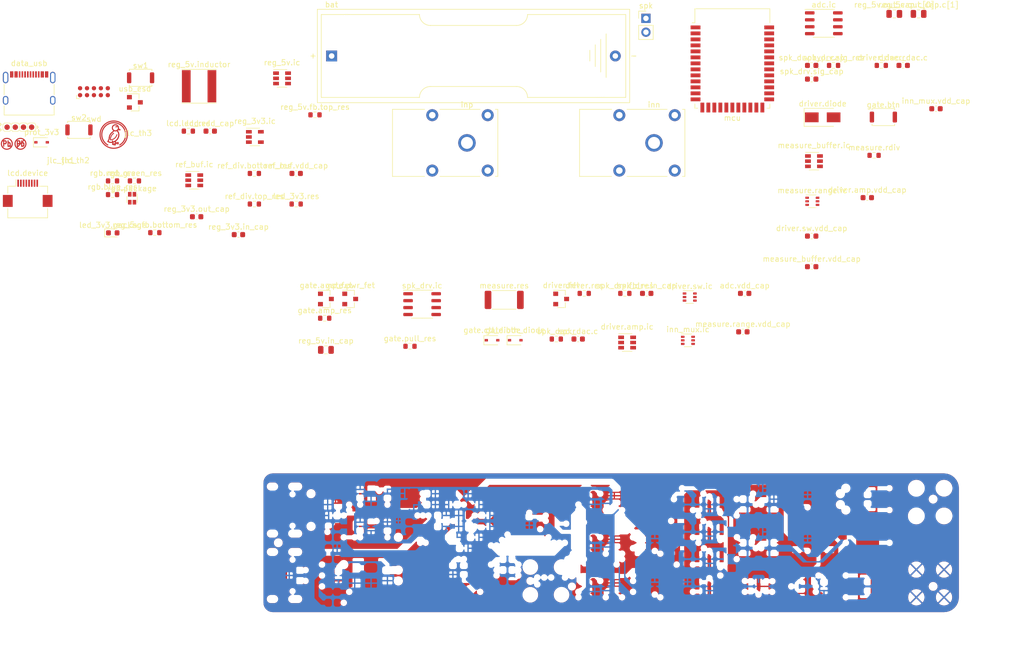
<source format=kicad_pcb>
(kicad_pcb (version 20171130) (host pcbnew "(5.1.10)-1")
  (layers (0 F.Cu signal) (1 In1.Cu signal) (2 In2.Cu signal) (31 B.Cu signal) (34 B.Paste user) (35 F.Paste user) (36 B.SilkS user) (37 F.SilkS user) (38 B.Mask user) (39 F.Mask user) (44 Edge.Cuts user))
  (net 0 "")
  (net 1 gnd)
  (net 2 vusb)
  (net 3 v3v3)
  (net 4 vcenter)
  (net 5 lcd_reset_net)
  (net 6 lcd_rs_net)
  (net 7 lcd_cs_net)
  (net 8 rgb_r_net)
  (net 9 sw1_chain_0)
  (net 10 rgb_g_net)
  (net 11 rgb_b_net)
  (net 12 sw2_chain_0)
  (net 13 rgb.package.k_blue)
  (net 14 lcd.device.leda)
  (net 15 spi_net.miso)
  (net 16 spi_net.sck)
  (net 17 spi_net.mosi)
  (net 18 led_3v3.res.a)
  (net 19 rgb.green_res.a)
  (net 20 ref_div.center)
  (net 21 measure_chain_1)
  (net 22 adc_cs_net)
  (net 23 vbat)
  (net 24 data_usb.shield)
  (net 25 data_usb.A9)
  (net 26 data_usb.usb.dp)
  (net 27 data_usb.usb.dm)
  (net 28 driver.sw.no)
  (net 29 driver_control_chain_1)
  (net 30 driver.amp.inn)
  (net 31 inp.port)
  (net 32 driver.fet.drain)
  (net 33 driver.sw.out)
  (net 34 driver_enable_net)
  (net 35 driver_control_chain_0)
  (net 36 gate.pwr_fet.gate)
  (net 37 gate_control_net_0)
  (net 38 gate.ctl_diode.cathode)
  (net 39 sw0_net_0)
  (net 40 gate.pwr_out)
  (net 41 inn_mux.out)
  (net 42 inn_control_net)
  (net 43 swd_chain_0.swo)
  (net 44 spk_chain_0)
  (net 45 swd_chain_0.swdio)
  (net 46 swd_chain_0.swclk)
  (net 47 measure_output_net)
  (net 48 measure_select_net)
  (net 49 swd_chain_0.reset)
  (net 50 measure.rdiv.a)
  (net 51 reg_5v.fb.center)
  (net 52 spk_pwr.pwr_in)
  (net 53 "reg_5v.(adapter)inductor.b.dst")
  (net 54 rgb.red_res.a)
  (net 55 spk_chain_2.a)
  (net 56 spk_chain_2.b)
  (net 57 spk_chain_1)
  (net 58 spk_drv.ic.byp)
  (net 59 spk_drv.fb_res.a)
  (net 60 spk_drv.sig_res.a)
  (module Package_SO:SO-8_3.9x4.9mm_P1.27mm (layer F.Cu) (at 201.965001 -59.274999)
    (fp_text reference adc.ic (at 0 -3.4) (layer F.SilkS))
    (fp_text value "MCP3201T-BI/SN (Microchip Technology)")
    (pad 1 smd roundrect (at -2.575 -1.905) (size 1.75 0.6) (layers F.Cu F.Paste F.Mask) (net 3 v3v3))
    (pad 2 smd roundrect (at -2.575 -0.635) (size 1.75 0.6) (layers F.Cu F.Paste F.Mask) (net 21 measure_chain_1))
    (pad 3 smd roundrect (at -2.575 0.635) (size 1.75 0.6) (layers F.Cu F.Paste F.Mask) (net 1 gnd))
    (pad 4 smd roundrect (at -2.575 1.905) (size 1.75 0.6) (layers F.Cu F.Paste F.Mask) (net 1 gnd))
    (pad 5 smd roundrect (at 2.575 1.905) (size 1.75 0.6) (layers F.Cu F.Paste F.Mask) (net 22 adc_cs_net))
    (pad 6 smd roundrect (at 2.575 0.635) (size 1.75 0.6) (layers F.Cu F.Paste F.Mask) (net 15 spi_net.miso))
    (pad 7 smd roundrect (at 2.575 -0.635) (size 1.75 0.6) (layers F.Cu F.Paste F.Mask) (net 16 spi_net.sck))
    (pad 8 smd roundrect (at 2.575 -1.905) (size 1.75 0.6) (layers F.Cu F.Paste F.Mask) (net 3 v3v3))
  )
  (module Capacitor_SMD:C_0603_1608Metric (layer F.Cu) (at 187.465001 -9.734999)
    (fp_text reference adc.vdd_cap (at 0 -1.43) (layer F.SilkS))
    (fp_text value "CL10A105KB8NNNC (Samsung Electro-Mechanics) - X5R ±10% 50V 1uF 0603 Multilayer Ceramic Capacitors MLCC - SMD/SMT ROHS")
    (pad 2 smd roundrect (at 0.775 0) (size 0.9 0.95) (layers F.Cu F.Paste F.Mask) (net 1 gnd))
    (pad 1 smd roundrect (at -0.775 0) (size 0.9 0.95) (layers F.Cu F.Paste F.Mask) (net 3 v3v3))
  )
  (module Battery:BatteryHolder_Keystone_2460_1xAA (layer F.Cu) (at 111.775001 -53.274999)
    (fp_text reference bat (at -0.02 -9.42 180) (layer F.SilkS))
    (fp_text value "2461 (Keystone)")
    (fp_text user - (at 55.37 -0.06) (layer F.SilkS))
    (fp_text user + (at -3.4 -0.06) (layer F.SilkS))
    (pad "" np_thru_hole circle (at 2.75 -5.995 90) (size 2.64 2.64) (drill 2.64) (layers *.Cu *.Mask))
    (pad "" np_thru_hole circle (at 49.23 5.995) (size 2.64 2.64) (drill 2.64) (layers *.Cu *.Mask))
    (pad 2 thru_hole circle (at 51.99 0 180) (size 2 2) (drill 1.02) (layers *.Cu *.Mask) (net 1 gnd))
    (pad 1 thru_hole rect (at 0 0 180) (size 2 2) (drill 1.02) (layers *.Cu *.Mask) (net 23 vbat))
  )
  (module Package_TO_SOT_SMD:SOT-23-6 (layer F.Cu) (at 165.925001 -0.724999)
    (fp_text reference driver.amp.ic (at 0 -2.9) (layer F.SilkS))
    (fp_text value "TLV9061SQDBVRQ1 (Texas Instruments)")
    (pad 1 smd rect (at -1.1 -0.95) (size 1.06 0.65) (layers F.Cu F.Paste F.Mask) (net 28 driver.sw.no))
    (pad 2 smd rect (at -1.1 0) (size 1.06 0.65) (layers F.Cu F.Paste F.Mask) (net 1 gnd))
    (pad 3 smd rect (at -1.1 0.95) (size 1.06 0.65) (layers F.Cu F.Paste F.Mask) (net 29 driver_control_chain_1))
    (pad 4 smd rect (at 1.1 0.95) (size 1.06 0.65) (layers F.Cu F.Paste F.Mask) (net 30 driver.amp.inn))
    (pad 6 smd rect (at 1.1 -0.95) (size 1.06 0.65) (layers F.Cu F.Paste F.Mask) (net 3 v3v3))
    (pad 5 smd rect (at 1.1 0) (size 1.06 0.65) (layers F.Cu F.Paste F.Mask) (net 3 v3v3))
  )
  (module Capacitor_SMD:C_0603_1608Metric (layer F.Cu) (at 209.935001 -27.294999)
    (fp_text reference driver.amp.vdd_cap (at 0 -1.43) (layer F.SilkS))
    (fp_text value "CC0603KRX7R9BB104 (YAGEO) - X7R 100nF ±10% 50V 0603 Multilayer Ceramic Capacitors MLCC - SMD/SMT ROHS")
    (pad 1 smd roundrect (at -0.775 0) (size 0.9 0.95) (layers F.Cu F.Paste F.Mask) (net 3 v3v3))
    (pad 2 smd roundrect (at 0.775 0) (size 0.9 0.95) (layers F.Cu F.Paste F.Mask) (net 1 gnd))
  )
  (module Diode_SMD:D_SMA (layer F.Cu) (at 201.765001 -42.024999)
    (fp_text reference driver.diode (at 0 -2.5) (layer F.SilkS))
    (fp_text value "GS1G-LTP (Micro Commercial Co) - Vr=400V, I=1A")
    (pad 1 smd rect (at -2 0) (size 2.5 1.8) (layers F.Cu F.Paste F.Mask) (net 31 inp.port))
    (pad 2 smd rect (at 2 0) (size 2.5 1.8) (layers F.Cu F.Paste F.Mask) (net 32 driver.fet.drain))
  )
  (module Package_TO_SOT_SMD:SOT-23 (layer F.Cu) (at 153.835001 -8.714999)
    (fp_text reference driver.fet (at 0 -2.5) (layer F.SilkS))
    (fp_text value "NTR5105PT1G (ON Semiconductor) - Vds=60V, Ids=196mA (Ta)")
    (pad 1 smd rect (at -1 -0.95) (size 0.9 0.8) (layers F.Cu F.Paste F.Mask) (net 33 driver.sw.out))
    (pad 2 smd rect (at -1 0.95) (size 0.9 0.8) (layers F.Cu F.Paste F.Mask) (net 30 driver.amp.inn))
    (pad 3 smd rect (at 1 0) (size 0.9 0.8) (layers F.Cu F.Paste F.Mask) (net 32 driver.fet.drain))
  )
  (module Resistor_SMD:R_0603_1608Metric (layer F.Cu) (at 158.065001 -9.734999)
    (fp_text reference driver.res (at 0 -1.43) (layer F.SilkS))
    (fp_text value "0603WAF1001T5E (UNI-ROYAL(Uniroyal Elec)) - ±1% ±100ppm/℃ 1kΩ 0.1W 0603 Chip Resistor - Surface Mount ROHS")
    (pad 2 smd roundrect (at 0.825 0) (size 0.8 0.95) (layers F.Cu F.Paste F.Mask) (net 30 driver.amp.inn))
    (pad 1 smd roundrect (at -0.825 0) (size 0.8 0.95) (layers F.Cu F.Paste F.Mask) (net 3 v3v3))
  )
  (module Package_TO_SOT_SMD:SOT-363_SC-70-6 (layer F.Cu) (at 177.395001 -9.064999)
    (fp_text reference driver.sw.ic (at 0 -2) (layer F.SilkS))
    (fp_text value "NLAS4157 (ON Semiconductor)")
    (pad 1 smd rect (at -0.95 -0.65) (size 0.65 0.4) (layers F.Cu F.Paste F.Mask) (net 28 driver.sw.no))
    (pad 3 smd rect (at -0.95 0.65) (size 0.65 0.4) (layers F.Cu F.Paste F.Mask) (net 30 driver.amp.inn))
    (pad 5 smd rect (at 0.95 0) (size 0.65 0.4) (layers F.Cu F.Paste F.Mask) (net 3 v3v3))
    (pad 2 smd rect (at -0.95 0) (size 0.65 0.4) (layers F.Cu F.Paste F.Mask) (net 1 gnd))
    (pad 4 smd rect (at 0.95 0.65) (size 0.65 0.4) (layers F.Cu F.Paste F.Mask) (net 33 driver.sw.out))
    (pad 6 smd rect (at 0.95 -0.65) (size 0.65 0.4) (layers F.Cu F.Paste F.Mask) (net 34 driver_enable_net))
  )
  (module Capacitor_SMD:C_0603_1608Metric (layer F.Cu) (at 199.745001 -20.244999)
    (fp_text reference driver.sw.vdd_cap (at 0 -1.43) (layer F.SilkS))
    (fp_text value "CC0603KRX7R9BB104 (YAGEO) - X7R 100nF ±10% 50V 0603 Multilayer Ceramic Capacitors MLCC - SMD/SMT ROHS")
    (pad 1 smd roundrect (at -0.775 0) (size 0.9 0.95) (layers F.Cu F.Paste F.Mask) (net 3 v3v3))
    (pad 2 smd roundrect (at 0.775 0) (size 0.9 0.95) (layers F.Cu F.Paste F.Mask) (net 1 gnd))
  )
  (module Capacitor_SMD:C_0603_1608Metric (layer F.Cu) (at 216.515001 -51.544999)
    (fp_text reference driver_dac.c (at 0 -1.43) (layer F.SilkS))
    (fp_text value "CL10B224KA8NNNC (Samsung Electro-Mechanics) - X7R 25V ±10% 220nF 0603 Multilayer Ceramic Capacitors MLCC - SMD/SMT ROHS")
    (pad 2 smd roundrect (at 0.775 0) (size 0.9 0.95) (layers F.Cu F.Paste F.Mask) (net 1 gnd))
    (pad 1 smd roundrect (at -0.775 0) (size 0.9 0.95) (layers F.Cu F.Paste F.Mask) (net 29 driver_control_chain_1))
  )
  (module Resistor_SMD:R_0603_1608Metric (layer F.Cu) (at 212.505001 -51.544999)
    (fp_text reference driver_dac.r (at 0 -1.43) (layer F.SilkS))
    (fp_text value "0603WAF1001T5E (UNI-ROYAL(Uniroyal Elec)) - ±1% ±100ppm/℃ 1kΩ 0.1W 0603 Chip Resistor - Surface Mount ROHS")
    (pad 2 smd roundrect (at 0.825 0) (size 0.8 0.95) (layers F.Cu F.Paste F.Mask) (net 29 driver_control_chain_1))
    (pad 1 smd roundrect (at -0.825 0) (size 0.8 0.95) (layers F.Cu F.Paste F.Mask) (net 35 driver_control_chain_0))
  )
  (module Package_TO_SOT_SMD:SOT-23 (layer F.Cu) (at 110.725001 -8.714999)
    (fp_text reference gate.amp_fet (at 0 -2.5) (layer F.SilkS))
    (fp_text value "NX7002AK,215 (Nexperia USA Inc.) - Vds=60V, Ids=190mA (Ta)")
    (pad 3 smd rect (at 1 0) (size 0.9 0.8) (layers F.Cu F.Paste F.Mask) (net 36 gate.pwr_fet.gate))
    (pad 2 smd rect (at -1 0.95) (size 0.9 0.8) (layers F.Cu F.Paste F.Mask) (net 1 gnd))
    (pad 1 smd rect (at -1 -0.95) (size 0.9 0.8) (layers F.Cu F.Paste F.Mask) (net 37 gate_control_net_0))
  )
  (module Resistor_SMD:R_0603_1608Metric (layer F.Cu) (at 110.505001 -5.184999)
    (fp_text reference gate.amp_res (at 0 -1.43) (layer F.SilkS))
    (fp_text value "0603WAF1002T5E (UNI-ROYAL(Uniroyal Elec)) - ±1% ±100ppm/℃ 10kΩ 0.1W 0603 Chip Resistor - Surface Mount ROHS")
    (pad 1 smd roundrect (at -0.825 0) (size 0.8 0.95) (layers F.Cu F.Paste F.Mask) (net 37 gate_control_net_0))
    (pad 2 smd roundrect (at 0.825 0) (size 0.8 0.95) (layers F.Cu F.Paste F.Mask) (net 1 gnd))
  )
  (module Button_Switch_SMD:SW_Push_SPST_NO_Alps_SKRK (layer F.Cu) (at 212.885001 -42.074999)
    (fp_text reference gate.btn (at 0 -2.25) (layer F.SilkS))
    (fp_text value "3.9x2.9mm Switch")
    (pad 2 smd roundrect (at 2.1 0) (size 0.8 2) (layers F.Cu F.Paste F.Mask) (net 38 gate.ctl_diode.cathode))
    (pad 1 smd roundrect (at -2.1 0) (size 0.8 2) (layers F.Cu F.Paste F.Mask) (net 1 gnd))
  )
  (module Diode_SMD:D_SOD-323 (layer F.Cu) (at 145.425001 -1.144999)
    (fp_text reference gate.btn_diode (at 0 -1.85) (layer F.SilkS))
    (fp_text value "CUS520,H3F (Toshiba Semiconductor and Storage) - Vr=30V, I=200mA")
    (pad 1 smd rect (at -1.05 0) (size 0.6 0.45) (layers F.Cu F.Paste F.Mask) (net 38 gate.ctl_diode.cathode))
    (pad 2 smd rect (at 1.05 0) (size 0.6 0.45) (layers F.Cu F.Paste F.Mask) (net 39 sw0_net_0))
  )
  (module Diode_SMD:D_SOD-323 (layer F.Cu) (at 141.175001 -1.144999)
    (fp_text reference gate.ctl_diode (at 0 -1.85) (layer F.SilkS))
    (fp_text value "CUS520,H3F (Toshiba Semiconductor and Storage) - Vr=30V, I=200mA")
    (pad 2 smd rect (at 1.05 0) (size 0.6 0.45) (layers F.Cu F.Paste F.Mask) (net 36 gate.pwr_fet.gate))
    (pad 1 smd rect (at -1.05 0) (size 0.6 0.45) (layers F.Cu F.Paste F.Mask) (net 38 gate.ctl_diode.cathode))
  )
  (module Resistor_SMD:R_0603_1608Metric (layer F.Cu) (at 126.135001 -0.034999)
    (fp_text reference gate.pull_res (at 0 -1.43) (layer F.SilkS))
    (fp_text value "0603WAF1002T5E (UNI-ROYAL(Uniroyal Elec)) - ±1% ±100ppm/℃ 10kΩ 0.1W 0603 Chip Resistor - Surface Mount ROHS")
    (pad 1 smd roundrect (at -0.825 0) (size 0.8 0.95) (layers F.Cu F.Paste F.Mask) (net 23 vbat))
    (pad 2 smd roundrect (at 0.825 0) (size 0.8 0.95) (layers F.Cu F.Paste F.Mask) (net 36 gate.pwr_fet.gate))
  )
  (module Package_TO_SOT_SMD:SOT-23 (layer F.Cu) (at 115.175001 -8.714999)
    (fp_text reference gate.pwr_fet (at 0 -2.5) (layer F.SilkS))
    (fp_text value "DMP3099L-7 (Diodes Incorporated) - Vds=30V, Ids=3.8A (Ta)")
    (pad 1 smd rect (at -1 -0.95) (size 0.9 0.8) (layers F.Cu F.Paste F.Mask) (net 36 gate.pwr_fet.gate))
    (pad 2 smd rect (at -1 0.95) (size 0.9 0.8) (layers F.Cu F.Paste F.Mask) (net 23 vbat))
    (pad 3 smd rect (at 1 0) (size 0.9 0.8) (layers F.Cu F.Paste F.Mask) (net 40 gate.pwr_out))
  )
  (module edg:CLIFF_FCR7350 (layer F.Cu) (at 170.855001 -37.339999)
    (fp_text reference inn (at 0 -7) (layer F.SilkS))
    (fp_text value "FCR7350* (CLIFF)")
    (pad M3 thru_hole circle (at -6.36 5.08) (size 2.2 2.2) (drill 1.2) (layers *.Cu *.Mask))
    (pad M2 thru_hole circle (at 3.8 -5.08) (size 2.2 2.2) (drill 1.2) (layers *.Cu *.Mask))
    (pad M1 thru_hole circle (at -6.36 -5.08) (size 2.2 2.2) (drill 1.2) (layers *.Cu *.Mask))
    (pad M4 thru_hole circle (at 3.8 5.08) (size 2.2 2.2) (drill 1.2) (layers *.Cu *.Mask))
    (pad 1 thru_hole circle (at 0 0) (size 3.2 3.2) (drill 2.2) (layers *.Cu *.Mask) (net 41 inn_mux.out))
  )
  (module Package_TO_SOT_SMD:SOT-363_SC-70-6 (layer F.Cu) (at 177.065001 -1.124999)
    (fp_text reference inn_mux.ic (at 0 -2) (layer F.SilkS))
    (fp_text value "NLAS4157 (ON Semiconductor)")
    (pad 1 smd rect (at -0.95 -0.65) (size 0.65 0.4) (layers F.Cu F.Paste F.Mask) (net 4 vcenter))
    (pad 3 smd rect (at -0.95 0.65) (size 0.65 0.4) (layers F.Cu F.Paste F.Mask) (net 1 gnd))
    (pad 5 smd rect (at 0.95 0) (size 0.65 0.4) (layers F.Cu F.Paste F.Mask) (net 3 v3v3))
    (pad 2 smd rect (at -0.95 0) (size 0.65 0.4) (layers F.Cu F.Paste F.Mask) (net 1 gnd))
    (pad 4 smd rect (at 0.95 0.65) (size 0.65 0.4) (layers F.Cu F.Paste F.Mask) (net 41 inn_mux.out))
    (pad 6 smd rect (at 0.95 -0.65) (size 0.65 0.4) (layers F.Cu F.Paste F.Mask) (net 42 inn_control_net))
  )
  (module Capacitor_SMD:C_0603_1608Metric (layer F.Cu) (at 222.525001 -43.604999)
    (fp_text reference inn_mux.vdd_cap (at 0 -1.43) (layer F.SilkS))
    (fp_text value "CC0603KRX7R9BB104 (YAGEO) - X7R 100nF ±10% 50V 0603 Multilayer Ceramic Capacitors MLCC - SMD/SMT ROHS")
    (pad 2 smd roundrect (at 0.775 0) (size 0.9 0.95) (layers F.Cu F.Paste F.Mask) (net 1 gnd))
    (pad 1 smd roundrect (at -0.775 0) (size 0.9 0.95) (layers F.Cu F.Paste F.Mask) (net 3 v3v3))
  )
  (module edg:CLIFF_FCR7350 (layer F.Cu) (at 136.575001 -37.339999)
    (fp_text reference inp (at 0 -7) (layer F.SilkS))
    (fp_text value "FCR7350* (CLIFF)")
    (pad 1 thru_hole circle (at 0 0) (size 3.2 3.2) (drill 2.2) (layers *.Cu *.Mask) (net 31 inp.port))
    (pad M4 thru_hole circle (at 3.8 5.08) (size 2.2 2.2) (drill 1.2) (layers *.Cu *.Mask))
    (pad M1 thru_hole circle (at -6.36 -5.08) (size 2.2 2.2) (drill 1.2) (layers *.Cu *.Mask))
    (pad M2 thru_hole circle (at 3.8 -5.08) (size 2.2 2.2) (drill 1.2) (layers *.Cu *.Mask))
    (pad M3 thru_hole circle (at -6.36 5.08) (size 2.2 2.2) (drill 1.2) (layers *.Cu *.Mask))
  )
  (module edg:Holyiot-18010-NRF52840 (layer F.Cu) (at 185.21 -51.919999)
    (fp_text reference mcu (at 0 10 180) (layer F.SilkS))
    (fp_text value "18010 (Holyiot)")
    (pad 37 smd rect (at 6.75 -6.6 270) (size 0.7 1.8) (layers F.Cu F.Paste F.Mask) (net 1 gnd))
    (pad 1 smd rect (at -6.75 -6.6 270) (size 0.7 1.8) (layers F.Cu F.Paste F.Mask) (net 1 gnd))
    (pad 36 smd rect (at 6.75 -5.5 270) (size 0.7 1.8) (layers F.Cu F.Paste F.Mask))
    (pad 2 smd rect (at -6.75 -5.5 270) (size 0.7 1.8) (layers F.Cu F.Paste F.Mask) (net 9 sw1_chain_0))
    (pad 35 smd rect (at 6.75 -4.4 270) (size 0.7 1.8) (layers F.Cu F.Paste F.Mask) (net 42 inn_control_net))
    (pad 3 smd rect (at -6.75 -4.4 270) (size 0.7 1.8) (layers F.Cu F.Paste F.Mask) (net 37 gate_control_net_0))
    (pad 34 smd rect (at 6.75 -3.3 270) (size 0.7 1.8) (layers F.Cu F.Paste F.Mask) (net 43 swd_chain_0.swo))
    (pad 4 smd rect (at -6.75 -3.3 270) (size 0.7 1.8) (layers F.Cu F.Paste F.Mask) (net 44 spk_chain_0))
    (pad 33 smd rect (at 6.75 -2.2 270) (size 0.7 1.8) (layers F.Cu F.Paste F.Mask) (net 15 spi_net.miso))
    (pad 5 smd rect (at -6.75 -2.2 270) (size 0.7 1.8) (layers F.Cu F.Paste F.Mask) (net 11 rgb_b_net))
    (pad 32 smd rect (at 6.75 -1.1 270) (size 0.7 1.8) (layers F.Cu F.Paste F.Mask) (net 45 swd_chain_0.swdio))
    (pad 6 smd rect (at -6.75 -1.1 270) (size 0.7 1.8) (layers F.Cu F.Paste F.Mask) (net 39 sw0_net_0))
    (pad 31 smd rect (at 6.75 0 270) (size 0.7 1.8) (layers F.Cu F.Paste F.Mask) (net 46 swd_chain_0.swclk))
    (pad 7 smd rect (at -6.75 0 270) (size 0.7 1.8) (layers F.Cu F.Paste F.Mask) (net 47 measure_output_net))
    (pad 30 smd rect (at 6.75 1.1 270) (size 0.7 1.8) (layers F.Cu F.Paste F.Mask))
    (pad 8 smd rect (at -6.75 1.1 270) (size 0.7 1.8) (layers F.Cu F.Paste F.Mask) (net 21 measure_chain_1))
    (pad 29 smd rect (at 6.75 2.2 270) (size 0.7 1.8) (layers F.Cu F.Paste F.Mask) (net 5 lcd_reset_net))
    (pad 9 smd rect (at -6.75 2.2 270) (size 0.7 1.8) (layers F.Cu F.Paste F.Mask) (net 6 lcd_rs_net))
    (pad 28 smd rect (at 6.75 3.3 270) (size 0.7 1.8) (layers F.Cu F.Paste F.Mask) (net 48 measure_select_net))
    (pad 10 smd rect (at -6.75 3.3 270) (size 0.7 1.8) (layers F.Cu F.Paste F.Mask) (net 22 adc_cs_net))
    (pad 27 smd rect (at 6.75 4.4 270) (size 0.7 1.8) (layers F.Cu F.Paste F.Mask) (net 8 rgb_r_net))
    (pad 11 smd rect (at -6.75 4.4 270) (size 0.7 1.8) (layers F.Cu F.Paste F.Mask) (net 17 spi_net.mosi))
    (pad 26 smd rect (at 6.75 5.5 270) (size 0.7 1.8) (layers F.Cu F.Paste F.Mask))
    (pad 12 smd rect (at -6.75 5.5 270) (size 0.7 1.8) (layers F.Cu F.Paste F.Mask) (net 35 driver_control_chain_0))
    (pad 25 smd rect (at 6.75 6.6 270) (size 0.7 1.8) (layers F.Cu F.Paste F.Mask))
    (pad 13 smd rect (at -6.75 6.6 270) (size 0.7 1.8) (layers F.Cu F.Paste F.Mask) (net 10 rgb_g_net))
    (pad 14 smd rect (at -5.5 8.1) (size 0.7 1.8) (layers F.Cu F.Paste F.Mask) (net 3 v3v3))
    (pad 15 smd rect (at -4.4 8.1) (size 0.7 1.8) (layers F.Cu F.Paste F.Mask) (net 7 lcd_cs_net))
    (pad 16 smd rect (at -3.3 8.1) (size 0.7 1.8) (layers F.Cu F.Paste F.Mask) (net 12 sw2_chain_0))
    (pad 17 smd rect (at -2.2 8.1) (size 0.7 1.8) (layers F.Cu F.Paste F.Mask))
    (pad 18 smd rect (at -1.1 8.1) (size 0.7 1.8) (layers F.Cu F.Paste F.Mask) (net 16 spi_net.sck))
    (pad 19 smd rect (at 0 8.1) (size 0.7 1.8) (layers F.Cu F.Paste F.Mask) (net 34 driver_enable_net))
    (pad 20 smd rect (at 1.1 8.1) (size 0.7 1.8) (layers F.Cu F.Paste F.Mask))
    (pad 21 smd rect (at 2.2 8.1) (size 0.7 1.8) (layers F.Cu F.Paste F.Mask) (net 49 swd_chain_0.reset))
    (pad 22 smd rect (at 3.3 8.1) (size 0.7 1.8) (layers F.Cu F.Paste F.Mask))
    (pad 23 smd rect (at 4.4 8.1) (size 0.7 1.8) (layers F.Cu F.Paste F.Mask) (net 27 data_usb.usb.dm))
    (pad 24 smd rect (at 5.5 8.1) (size 0.7 1.8) (layers F.Cu F.Paste F.Mask) (net 26 data_usb.usb.dp))
  )
  (module Package_TO_SOT_SMD:SOT-363_SC-70-6 (layer F.Cu) (at 199.865001 -26.624999)
    (fp_text reference measure.range.ic (at 0 -2) (layer F.SilkS))
    (fp_text value "NLAS4157 (ON Semiconductor)")
    (pad 6 smd rect (at 0.95 -0.65) (size 0.65 0.4) (layers F.Cu F.Paste F.Mask) (net 48 measure_select_net))
    (pad 4 smd rect (at 0.95 0.65) (size 0.65 0.4) (layers F.Cu F.Paste F.Mask) (net 47 measure_output_net))
    (pad 2 smd rect (at -0.95 0) (size 0.65 0.4) (layers F.Cu F.Paste F.Mask) (net 1 gnd))
    (pad 5 smd rect (at 0.95 0) (size 0.65 0.4) (layers F.Cu F.Paste F.Mask) (net 3 v3v3))
    (pad 3 smd rect (at -0.95 0.65) (size 0.65 0.4) (layers F.Cu F.Paste F.Mask) (net 50 measure.rdiv.a))
    (pad 1 smd rect (at -0.95 -0.65) (size 0.65 0.4) (layers F.Cu F.Paste F.Mask))
  )
  (module Capacitor_SMD:C_0603_1608Metric (layer F.Cu) (at 187.135001 -2.684999)
    (fp_text reference measure.range.vdd_cap (at 0 -1.43) (layer F.SilkS))
    (fp_text value "CC0603KRX7R9BB104 (YAGEO) - X7R 100nF ±10% 50V 0603 Multilayer Ceramic Capacitors MLCC - SMD/SMT ROHS")
    (pad 2 smd roundrect (at 0.775 0) (size 0.9 0.95) (layers F.Cu F.Paste F.Mask) (net 1 gnd))
    (pad 1 smd roundrect (at -0.775 0) (size 0.9 0.95) (layers F.Cu F.Paste F.Mask) (net 3 v3v3))
  )
  (module Resistor_SMD:R_0603_1608Metric (layer F.Cu) (at 211.185001 -35.054999)
    (fp_text reference measure.rdiv (at 0 -1.43) (layer F.SilkS))
    (fp_text value "0603WAF1000T5E (UNI-ROYAL(Uniroyal Elec)) - ±1% ±200ppm/℃ 100Ω 0.1W 0603 Chip Resistor - Surface Mount ROHS")
    (pad 2 smd roundrect (at 0.825 0) (size 0.8 0.95) (layers F.Cu F.Paste F.Mask) (net 1 gnd))
    (pad 1 smd roundrect (at -0.825 0) (size 0.8 0.95) (layers F.Cu F.Paste F.Mask) (net 50 measure.rdiv.a))
  )
  (module Resistor_SMD:R_2512_6332Metric (layer F.Cu) (at 143.395001 -8.544999)
    (fp_text reference measure.res (at 0 -2.62) (layer F.SilkS))
    (fp_text value "1M, 1%, 1.0 W")
    (pad 1 smd roundrect (at -2.9625 0) (size 1.225 3.35) (layers F.Cu F.Paste F.Mask) (roundrect_rratio 0.204082) (net 31 inp.port))
    (pad 2 smd roundrect (at 2.9625 0) (size 1.225 3.35) (layers F.Cu F.Paste F.Mask) (roundrect_rratio 0.204082) (net 47 measure_output_net))
  )
  (module Package_TO_SOT_SMD:SOT-23-6 (layer F.Cu) (at 200.165001 -33.984999)
    (fp_text reference measure_buffer.ic (at 0 -2.9) (layer F.SilkS))
    (fp_text value "TLV9061SQDBVRQ1 (Texas Instruments)")
    (pad 5 smd rect (at 1.1 0) (size 1.06 0.65) (layers F.Cu F.Paste F.Mask) (net 3 v3v3))
    (pad 6 smd rect (at 1.1 -0.95) (size 1.06 0.65) (layers F.Cu F.Paste F.Mask) (net 3 v3v3))
    (pad 4 smd rect (at 1.1 0.95) (size 1.06 0.65) (layers F.Cu F.Paste F.Mask) (net 21 measure_chain_1))
    (pad 3 smd rect (at -1.1 0.95) (size 1.06 0.65) (layers F.Cu F.Paste F.Mask) (net 47 measure_output_net))
    (pad 2 smd rect (at -1.1 0) (size 1.06 0.65) (layers F.Cu F.Paste F.Mask) (net 1 gnd))
    (pad 1 smd rect (at -1.1 -0.95) (size 1.06 0.65) (layers F.Cu F.Paste F.Mask) (net 21 measure_chain_1))
  )
  (module Capacitor_SMD:C_0603_1608Metric (layer F.Cu) (at 199.745001 -14.634999)
    (fp_text reference measure_buffer.vdd_cap (at 0 -1.43) (layer F.SilkS))
    (fp_text value "CC0603KRX7R9BB104 (YAGEO) - X7R 100nF ±10% 50V 0603 Multilayer Ceramic Capacitors MLCC - SMD/SMT ROHS")
    (pad 1 smd roundrect (at -0.775 0) (size 0.9 0.95) (layers F.Cu F.Paste F.Mask) (net 3 v3v3))
    (pad 2 smd roundrect (at 0.775 0) (size 0.9 0.95) (layers F.Cu F.Paste F.Mask) (net 1 gnd))
  )
  (module Capacitor_SMD:C_0805_2012Metric (layer F.Cu) (at 110.725001 0.625001)
    (fp_text reference reg_5v.in_cap (at 0 -1.68) (layer F.SilkS))
    (fp_text value "CL21A106KAYNNNE (Samsung Electro-Mechanics) - X5R 25V ±10% 10uF 0805 Multilayer Ceramic Capacitors MLCC - SMD/SMT ROHS")
    (pad 1 smd roundrect (at -0.95 0) (size 1 1.45) (layers F.Cu F.Paste F.Mask) (net 40 gate.pwr_out))
    (pad 2 smd roundrect (at 0.95 0) (size 1 1.45) (layers F.Cu F.Paste F.Mask) (net 1 gnd))
  )
  (module Capacitor_SMD:C_0805_2012Metric (layer F.Cu) (at 214.885001 -60.994999)
    (fp_text reference reg_5v.out_cap.c[0] (at 0 -1.68) (layer F.SilkS))
    (fp_text value "CL21A106KAYNNNE (Samsung Electro-Mechanics) - X5R 25V ±10% 10uF 0805 Multilayer Ceramic Capacitors MLCC - SMD/SMT ROHS")
    (pad 2 smd roundrect (at 0.95 0) (size 1 1.45) (layers F.Cu F.Paste F.Mask) (net 1 gnd))
    (pad 1 smd roundrect (at -0.95 0) (size 1 1.45) (layers F.Cu F.Paste F.Mask) (net 52 spk_pwr.pwr_in))
  )
  (module Capacitor_SMD:C_0805_2012Metric (layer F.Cu) (at 219.335001 -60.994999)
    (fp_text reference reg_5v.out_cap.c[1] (at 0 -1.68) (layer F.SilkS))
    (fp_text value "CL21A106KAYNNNE (Samsung Electro-Mechanics) - X5R 25V ±10% 10uF 0805 Multilayer Ceramic Capacitors MLCC - SMD/SMT ROHS")
    (pad 1 smd roundrect (at -0.95 0) (size 1 1.45) (layers F.Cu F.Paste F.Mask) (net 52 spk_pwr.pwr_in))
    (pad 2 smd roundrect (at 0.95 0) (size 1 1.45) (layers F.Cu F.Paste F.Mask) (net 1 gnd))
  )
  (module Connector_PinHeader_2.54mm:PinHeader_1x02_P2.54mm_Vertical (layer F.Cu) (at 169.375001 -60.174999)
    (fp_text reference spk (at 0 -2.33) (layer F.SilkS))
    (fp_text value "Header 2-pos, speaker")
    (pad 1 thru_hole rect (at 0 0) (size 1.7 1.7) (drill 1) (layers *.Cu *.Mask) (net 55 spk_chain_2.a))
    (pad 2 thru_hole oval (at 0 2.54) (size 1.7 1.7) (drill 1) (layers *.Cu *.Mask) (net 56 spk_chain_2.b))
  )
  (module Capacitor_SMD:C_0603_1608Metric (layer F.Cu) (at 156.955001 -1.364999)
    (fp_text reference spk_dac.c (at 0 -1.43) (layer F.SilkS))
    (fp_text value "CL10B822KB8NNNC (Samsung Electro-Mechanics) - X7R ±10% 50V 8.2nF 0603 Multilayer Ceramic Capacitors MLCC - SMD/SMT ROHS")
    (pad 1 smd roundrect (at -0.775 0) (size 0.9 0.95) (layers F.Cu F.Paste F.Mask) (net 57 spk_chain_1))
    (pad 2 smd roundrect (at 0.775 0) (size 0.9 0.95) (layers F.Cu F.Paste F.Mask) (net 1 gnd))
  )
  (module Resistor_SMD:R_0603_1608Metric (layer F.Cu) (at 152.945001 -1.364999)
    (fp_text reference spk_dac.r (at 0 -1.43) (layer F.SilkS))
    (fp_text value "0603WAF1001T5E (UNI-ROYAL(Uniroyal Elec)) - ±1% ±100ppm/℃ 1kΩ 0.1W 0603 Chip Resistor - Surface Mount ROHS")
    (pad 1 smd roundrect (at -0.825 0) (size 0.8 0.95) (layers F.Cu F.Paste F.Mask) (net 44 spk_chain_0))
    (pad 2 smd roundrect (at 0.825 0) (size 0.8 0.95) (layers F.Cu F.Paste F.Mask) (net 57 spk_chain_1))
  )
  (module Capacitor_SMD:C_0603_1608Metric (layer F.Cu) (at 199.745001 -51.544999)
    (fp_text reference spk_drv.byp_cap (at 0 -1.43) (layer F.SilkS))
    (fp_text value "CL10A105KB8NNNC (Samsung Electro-Mechanics) - X5R ±10% 50V 1uF 0603 Multilayer Ceramic Capacitors MLCC - SMD/SMT ROHS")
    (pad 1 smd roundrect (at -0.775 0) (size 0.9 0.95) (layers F.Cu F.Paste F.Mask) (net 58 spk_drv.ic.byp))
    (pad 2 smd roundrect (at 0.775 0) (size 0.9 0.95) (layers F.Cu F.Paste F.Mask) (net 1 gnd))
  )
  (module Resistor_SMD:R_0603_1608Metric (layer F.Cu) (at 165.505001 -9.734999)
    (fp_text reference spk_drv.fb_res (at 0 -1.43) (layer F.SilkS))
    (fp_text value "0603WAF2202T5E (UNI-ROYAL(Uniroyal Elec)) - 22kΩ ±1% ±100ppm/℃ 0.1W 0603 Chip Resistor - Surface Mount ROHS")
    (pad 1 smd roundrect (at -0.825 0) (size 0.8 0.95) (layers F.Cu F.Paste F.Mask) (net 59 spk_drv.fb_res.a))
    (pad 2 smd roundrect (at 0.825 0) (size 0.8 0.95) (layers F.Cu F.Paste F.Mask) (net 55 spk_chain_2.a))
  )
  (module Package_SO:SO-8_3.9x4.9mm_P1.27mm (layer F.Cu) (at 128.355001 -7.764999)
    (fp_text reference spk_drv.ic (at 0 -3.4) (layer F.SilkS))
    (fp_text value "LM4871MX (Texas Instruments)")
    (pad 8 smd roundrect (at 2.575 -1.905) (size 1.75 0.6) (layers F.Cu F.Paste F.Mask) (net 56 spk_chain_2.b))
    (pad 7 smd roundrect (at 2.575 -0.635) (size 1.75 0.6) (layers F.Cu F.Paste F.Mask) (net 1 gnd))
    (pad 6 smd roundrect (at 2.575 0.635) (size 1.75 0.6) (layers F.Cu F.Paste F.Mask) (net 52 spk_pwr.pwr_in))
    (pad 5 smd roundrect (at 2.575 1.905) (size 1.75 0.6) (layers F.Cu F.Paste F.Mask) (net 55 spk_chain_2.a))
    (pad 4 smd roundrect (at -2.575 1.905) (size 1.75 0.6) (layers F.Cu F.Paste F.Mask) (net 59 spk_drv.fb_res.a))
    (pad 3 smd roundrect (at -2.575 0.635) (size 1.75 0.6) (layers F.Cu F.Paste F.Mask) (net 58 spk_drv.ic.byp))
    (pad 2 smd roundrect (at -2.575 -0.635) (size 1.75 0.6) (layers F.Cu F.Paste F.Mask) (net 58 spk_drv.ic.byp))
    (pad 1 smd roundrect (at -2.575 -1.905) (size 1.75 0.6) (layers F.Cu F.Paste F.Mask) (net 1 gnd))
  )
  (module Capacitor_SMD:C_0603_1608Metric (layer F.Cu) (at 169.515001 -9.734999)
    (fp_text reference spk_drv.in_cap (at 0 -1.43) (layer F.SilkS))
    (fp_text value "CL10A105KB8NNNC (Samsung Electro-Mechanics) - X5R ±10% 50V 1uF 0603 Multilayer Ceramic Capacitors MLCC - SMD/SMT ROHS")
    (pad 1 smd roundrect (at -0.775 0) (size 0.9 0.95) (layers F.Cu F.Paste F.Mask) (net 52 spk_pwr.pwr_in))
    (pad 2 smd roundrect (at 0.775 0) (size 0.9 0.95) (layers F.Cu F.Paste F.Mask) (net 1 gnd))
  )
  (module Capacitor_SMD:C_0603_1608Metric (layer F.Cu) (at 199.745001 -49.034999)
    (fp_text reference spk_drv.sig_cap (at 0 -1.43) (layer F.SilkS))
    (fp_text value "CL10B474KA8NNNC (Samsung Electro-Mechanics) - X7R 25V ±10% 470nF 0603 Multilayer Ceramic Capacitors MLCC - SMD/SMT ROHS")
    (pad 2 smd roundrect (at 0.775 0) (size 0.9 0.95) (layers F.Cu F.Paste F.Mask) (net 57 spk_chain_1))
    (pad 1 smd roundrect (at -0.775 0) (size 0.9 0.95) (layers F.Cu F.Paste F.Mask) (net 60 spk_drv.sig_res.a))
  )
  (module Resistor_SMD:R_0603_1608Metric (layer F.Cu) (at 203.755001 -51.544999)
    (fp_text reference spk_drv.sig_res (at 0 -1.43) (layer F.SilkS))
    (fp_text value "0603WAF2202T5E (UNI-ROYAL(Uniroyal Elec)) - 22kΩ ±1% ±100ppm/℃ 0.1W 0603 Chip Resistor - Surface Mount ROHS")
    (pad 2 smd roundrect (at 0.825 0) (size 0.8 0.95) (layers F.Cu F.Paste F.Mask) (net 59 spk_drv.fb_res.a))
    (pad 1 smd roundrect (at -0.825 0) (size 0.8 0.95) (layers F.Cu F.Paste F.Mask) (net 60 spk_drv.sig_res.a))
  )
  (module Connector_USB:USB_C_Receptacle_XKB_U262-16XN-4BVC11 (layer F.Cu) (at 56.345001 -46.224999)
    (fp_text reference data_usb (at 0 -5.715) (layer F.SilkS))
    (fp_text value "COM-15111 (Sparkfun)")
    (pad S1 thru_hole oval (at -4.32 -3.105) (size 1 2.1) (drill oval 0.6 1.7) (layers *.Cu *.Mask) (net 24 data_usb.shield))
    (pad S1 thru_hole oval (at 4.32 -3.105) (size 1 2.1) (drill oval 0.6 1.7) (layers *.Cu *.Mask) (net 24 data_usb.shield))
    (pad S1 thru_hole oval (at -4.32 1.075) (size 1 1.6) (drill oval 0.6 1.2) (layers *.Cu *.Mask) (net 24 data_usb.shield))
    (pad S1 thru_hole oval (at 4.32 1.075) (size 1 1.6) (drill oval 0.6 1.2) (layers *.Cu *.Mask) (net 24 data_usb.shield))
    (pad "" np_thru_hole circle (at 2.89 -2.605) (size 0.65 0.65) (drill 0.65) (layers *.Cu *.Mask))
    (pad "" np_thru_hole circle (at -2.89 -2.605) (size 0.65 0.65) (drill 0.65) (layers *.Cu *.Mask))
    (pad B1 smd rect (at 3.05 -3.67) (size 0.3 1.15) (layers F.Cu F.Paste F.Mask) (net 1 gnd))
    (pad B4 smd rect (at 2.25 -3.67) (size 0.3 1.15) (layers F.Cu F.Paste F.Mask) (net 25 data_usb.A9))
    (pad B5 smd rect (at 1.75 -3.67) (size 0.3 1.15) (layers F.Cu F.Paste F.Mask))
    (pad A8 smd rect (at 1.25 -3.67) (size 0.3 1.15) (layers F.Cu F.Paste F.Mask))
    (pad B6 smd rect (at 0.75 -3.67) (size 0.3 1.15) (layers F.Cu F.Paste F.Mask) (net 26 data_usb.usb.dp))
    (pad A7 smd rect (at 0.25 -3.67) (size 0.3 1.15) (layers F.Cu F.Paste F.Mask) (net 27 data_usb.usb.dm))
    (pad A6 smd rect (at -0.25 -3.67) (size 0.3 1.15) (layers F.Cu F.Paste F.Mask) (net 26 data_usb.usb.dp))
    (pad B7 smd rect (at -0.75 -3.67) (size 0.3 1.15) (layers F.Cu F.Paste F.Mask) (net 27 data_usb.usb.dm))
    (pad A5 smd rect (at -1.25 -3.67) (size 0.3 1.15) (layers F.Cu F.Paste F.Mask))
    (pad B8 smd rect (at -1.75 -3.67) (size 0.3 1.15) (layers F.Cu F.Paste F.Mask))
    (pad A4 smd rect (at -2.55 -3.67) (size 0.3 1.15) (layers F.Cu F.Paste F.Mask) (net 25 data_usb.A9))
    (pad A1 smd rect (at -3.35 -3.67) (size 0.3 1.15) (layers F.Cu F.Paste F.Mask) (net 1 gnd))
    (pad B12 smd rect (at -3.05 -3.67) (size 0.3 1.15) (layers F.Cu F.Paste F.Mask) (net 1 gnd))
    (pad B9 smd rect (at -2.25 -3.67) (size 0.3 1.15) (layers F.Cu F.Paste F.Mask) (net 25 data_usb.A9))
    (pad A9 smd rect (at 2.55 -3.67) (size 0.3 1.15) (layers F.Cu F.Paste F.Mask) (net 25 data_usb.A9))
    (pad A12 smd rect (at 3.35 -3.67) (size 0.3 1.15) (layers F.Cu F.Paste F.Mask) (net 1 gnd))
  )
  (module edg:Symbol_Duckling (layer F.Cu) (at 71.840001 -38.849999)
    (fp_text reference duck hide)
    (fp_text value Duck hide)
    (fp_line (start -0.2 1.39571) (end -0.212004 1.146914) (layer F.Cu) (width 0.2))
    (fp_line (start 0.382558 1.56145) (end 0.273702 1.202597) (layer F.Cu) (width 0.2))
    (fp_circle (center 0 0) (end 2.5 0) (layer F.Cu) (width 0.2))
    (fp_line (start -0.150743 1.768905) (end -0.2 1.39571) (layer F.Cu) (width 0.2))
    (fp_line (start 0.902531 0.329667) (end 0.937407 0.022451) (layer F.Cu) (width 0.2))
    (fp_circle (center 0.3125 -1.25) (end 0.875 -1.25) (layer F.Cu) (width 0.2))
    (fp_line (start 0.792579 0.628467) (end 0.902531 0.329667) (layer F.Cu) (width 0.2))
    (fp_line (start 0.778054 -0.54137) (end 0.59375 -0.762861) (layer F.Cu) (width 0.2))
    (fp_line (start 0.895035 -0.27405) (end 0.778054 -0.54137) (layer F.Cu) (width 0.2))
    (fp_line (start 0.937407 0.022451) (end 0.895035 -0.27405) (layer F.Cu) (width 0.2))
    (fp_line (start 0.614398 0.900241) (end 0.792579 0.628467) (layer F.Cu) (width 0.2))
    (fp_line (start 0.379085 1.128065) (end 0.614398 0.900241) (layer F.Cu) (width 0.2))
    (fp_line (start -0.807277 1.374087) (end -0.51095 1.424715) (layer F.Cu) (width 0.2))
    (fp_line (start 0.101295 1.297751) (end 0.379085 1.128065) (layer F.Cu) (width 0.2))
    (fp_line (start -0.201673 1.39873) (end 0.101295 1.297751) (layer F.Cu) (width 0.2))
    (fp_line (start -1.072198 1.25) (end -0.807277 1.374087) (layer F.Cu) (width 0.2))
    (fp_line (start -0.51095 1.424715) (end -0.201673 1.39873) (layer F.Cu) (width 0.2))
    (fp_arc (start 0.255376 2.580879) (end 0.286757 1.643905) (angle -31.9) (layer F.Cu) (width 0.16))
    (fp_arc (start 0.255376 0.95693) (end -0.213243 1.768905) (angle -31.9) (layer F.Cu) (width 0.16))
    (fp_arc (start -1.045869 -1.397143) (end -0.303506 -0.391461) (angle -23.07391807) (layer F.Cu) (width 0.2))
    (fp_arc (start 0.820058 1.49895) (end 0.820058 1.43645) (angle -180) (layer F.Cu) (width 0.16))
    (fp_arc (start 0.820058 1.62395) (end 0.820058 1.56145) (angle -180) (layer F.Cu) (width 0.16))
    (fp_arc (start 0.438855 0.614222) (end -0.303506 -0.391461) (angle -50.50954913) (layer F.Cu) (width 0.2))
    (fp_arc (start -2.057586 0.480902) (end -1.072198 1.25) (angle -34.91520625) (layer F.Cu) (width 0.2))
    (fp_arc (start 1.417814 -1.468658) (end 0.869178 -1.169286) (angle -38.9) (layer F.Cu) (width 0.16))
    (fp_arc (start 0.666915 0.805586) (end -0.013396 -0.243068) (angle -64) (layer F.Cu) (width 0.16))
    (fp_arc (start 0.5 -1.375) (end 0.62074 -1.407352) (angle -150) (layer F.Cu) (width 0.16))
    (fp_arc (start 0.286757 1.831405) (end 0.286757 1.768905) (angle -180) (layer F.Cu) (width 0.16))
    (fp_arc (start 1.002382 -1.490866) (end 0.763205 -0.913443) (angle -38.9) (layer F.Cu) (width 0.16))
    (fp_arc (start 0.286757 1.706405) (end 0.286757 1.643905) (angle -180) (layer F.Cu) (width 0.16))
    (fp_arc (start -0.639602 -0.290712) (end -0.573812 0.957555) (angle -73.5) (layer F.Cu) (width 0.16))
    (fp_arc (start 0.788677 0.749475) (end 0.320058 1.56145) (angle -31.9) (layer F.Cu) (width 0.16))
    (fp_arc (start 0 0) (end 1.093749 1.89443) (angle -300) (layer F.Cu) (width 0.2))
    (fp_arc (start 0.788677 2.373424) (end 0.820058 1.43645) (angle -31.9) (layer F.Cu) (width 0.16))
  )
  (module edg:Indicator_IdDots_4 (layer F.Cu) (at 54.550001 -40.219999)
    (fp_text reference id hide)
    (fp_text value IdDots4)
    (fp_circle (center 2.25 0) (end 2.5 0) (layer F.Cu) (width 0.5))
    (fp_circle (center 0.75 0) (end 1 0) (layer F.Cu) (width 0.5))
    (fp_circle (center -0.75 0) (end -0.5 0) (layer F.Cu) (width 0.5))
    (fp_circle (center -2.25 0) (end -2 0) (layer F.Cu) (width 0.5))
  )
  (module edg:JlcToolingHole_1.152mm (layer F.Cu) (at 62.125001 -36.124999)
    (fp_text reference jlc_th1 (at 0 2) (layer F.SilkS))
    (fp_text value "")
    (pad "" np_thru_hole circle (at 0 0) (size 1.152 1.152) (drill 1.152) (layers *.Cu *.Mask))
  )
  (module edg:JlcToolingHole_1.152mm (layer F.Cu) (at 64.875001 -36.124999)
    (fp_text reference jlc_th2 (at 0 2) (layer F.SilkS))
    (fp_text value "")
    (pad "" np_thru_hole circle (at 0 0) (size 1.152 1.152) (drill 1.152) (layers *.Cu *.Mask))
  )
  (module edg:JlcToolingHole_1.152mm (layer F.Cu) (at 76.315001 -41.124999)
    (fp_text reference jlc_th3 (at 0 2) (layer F.SilkS))
    (fp_text value "")
    (pad "" np_thru_hole circle (at 0 0) (size 1.152 1.152) (drill 1.152) (layers *.Cu *.Mask))
  )
  (module Connector_FFC-FPC:Hirose_FH12-8S-0.5SH_1x08-1MP_P0.50mm_Horizontal (layer F.Cu) (at 56.075001 -28.094999)
    (fp_text reference lcd.device (at 0 -3.7) (layer F.SilkS))
    (fp_text value "QT096T_IF09, FH12-8S-0.5SH(55)")
    (pad MP smd rect (at 3.65 1.4) (size 1.8 2.2) (layers F.Cu F.Paste F.Mask))
    (pad MP smd rect (at -3.65 1.4) (size 1.8 2.2) (layers F.Cu F.Paste F.Mask))
    (pad 1 smd rect (at -1.75 -1.85) (size 0.3 1.3) (layers F.Cu F.Paste F.Mask) (net 14 lcd.device.leda))
    (pad 2 smd rect (at -1.25 -1.85) (size 0.3 1.3) (layers F.Cu F.Paste F.Mask) (net 1 gnd))
    (pad 3 smd rect (at -0.75 -1.85) (size 0.3 1.3) (layers F.Cu F.Paste F.Mask) (net 5 lcd_reset_net))
    (pad 4 smd rect (at -0.25 -1.85) (size 0.3 1.3) (layers F.Cu F.Paste F.Mask) (net 6 lcd_rs_net))
    (pad 5 smd rect (at 0.25 -1.85) (size 0.3 1.3) (layers F.Cu F.Paste F.Mask) (net 17 spi_net.mosi))
    (pad 6 smd rect (at 0.75 -1.85) (size 0.3 1.3) (layers F.Cu F.Paste F.Mask) (net 16 spi_net.sck))
    (pad 7 smd rect (at 1.25 -1.85) (size 0.3 1.3) (layers F.Cu F.Paste F.Mask) (net 3 v3v3))
    (pad 8 smd rect (at 1.75 -1.85) (size 0.3 1.3) (layers F.Cu F.Paste F.Mask) (net 7 lcd_cs_net))
  )
  (module Resistor_SMD:R_0603_1608Metric (layer F.Cu) (at 85.515001 -39.494999)
    (fp_text reference lcd.led_res (at 0 -1.43) (layer F.SilkS))
    (fp_text value "0603WAF1000T5E (UNI-ROYAL(Uniroyal Elec)) - ±1% ±200ppm/℃ 100Ω 0.1W 0603 Chip Resistor - Surface Mount ROHS")
    (pad 2 smd roundrect (at 0.825 0) (size 0.8 0.95) (layers F.Cu F.Paste F.Mask) (net 14 lcd.device.leda))
    (pad 1 smd roundrect (at -0.825 0) (size 0.8 0.95) (layers F.Cu F.Paste F.Mask) (net 3 v3v3))
  )
  (module Capacitor_SMD:C_0603_1608Metric (layer F.Cu) (at 89.525001 -39.494999)
    (fp_text reference lcd.vdd_cap (at 0 -1.43) (layer F.SilkS))
    (fp_text value "CL10A105KB8NNNC (Samsung Electro-Mechanics) - X5R ±10% 50V 1uF 0603 Multilayer Ceramic Capacitors MLCC - SMD/SMT ROHS")
    (pad 2 smd roundrect (at 0.775 0) (size 0.9 0.95) (layers F.Cu F.Paste F.Mask) (net 1 gnd))
    (pad 1 smd roundrect (at -0.775 0) (size 0.9 0.95) (layers F.Cu F.Paste F.Mask) (net 3 v3v3))
  )
  (module edg:Indicator_LeadFree (layer F.Cu) (at 53.500001 -37.169999)
    (fp_text reference leadfree hide)
    (fp_text value LeadFree hide)
    (fp_line (start -0.8 0.45) (end -0.4 0.45) (layer F.Cu) (width 0.2))
    (fp_line (start -2.05 -0.55) (end -1.8 -0.55) (layer F.Cu) (width 0.2))
    (fp_circle (center 1.25 0) (end 2.25 0) (layer F.Cu) (width 0.2))
    (fp_circle (center -1.25 0) (end -0.25 0) (layer F.Cu) (width 0.2))
    (fp_line (start 0.6 0.7) (end 1.9 -0.7) (layer F.Cu) (width 0.2))
    (fp_text user Pb (at 1.25 0) (layer F.Cu) (effects (font (size 1 0.8) (thickness 0.2))))
    (fp_text user Pb (at -1.25 0) (layer F.Cu) (effects (font (size 1 0.8) (thickness 0.2))))
  )
  (module LED_SMD:LED_0603_1608Metric (layer F.Cu) (at 71.665001 -20.834999)
    (fp_text reference led_3v3.package (at 0 -1.43) (layer F.SilkS))
    (fp_text value LED)
    (pad 1 smd roundrect (at -0.7875 0) (size 0.875 0.95) (layers F.Cu F.Paste F.Mask) (net 18 led_3v3.res.a))
    (pad 2 smd roundrect (at 0.7875 0) (size 0.875 0.95) (layers F.Cu F.Paste F.Mask) (net 3 v3v3))
  )
  (module Resistor_SMD:R_0603_1608Metric (layer F.Cu) (at 105.275001 -26.124999)
    (fp_text reference led_3v3.res (at 0 -1.43) (layer F.SilkS))
    (fp_text value "0603WAF6800T5E (UNI-ROYAL(Uniroyal Elec)) - 680Ω ±1% ±100ppm/℃ 0.1W 0603 Chip Resistor - Surface Mount ROHS")
    (pad 1 smd roundrect (at -0.825 0) (size 0.8 0.95) (layers F.Cu F.Paste F.Mask) (net 18 led_3v3.res.a))
    (pad 2 smd roundrect (at 0.825 0) (size 0.8 0.95) (layers F.Cu F.Paste F.Mask) (net 1 gnd))
  )
  (module Diode_SMD:D_SOD-323 (layer F.Cu) (at 58.625001 -37.444999)
    (fp_text reference prot_3v3 (at 0 -1.85) (layer F.SilkS))
    (fp_text value "DDZ3V6ASF-7 (Diodes Incorporated) - Vz=3.57V, I=900mV @ 10mA")
    (pad 1 smd rect (at -1.05 0) (size 0.6 0.45) (layers F.Cu F.Paste F.Mask) (net 3 v3v3))
    (pad 2 smd rect (at 1.05 0) (size 0.6 0.45) (layers F.Cu F.Paste F.Mask) (net 1 gnd))
  )
  (module Package_TO_SOT_SMD:SOT-23-6 (layer F.Cu) (at 86.595001 -30.484999)
    (fp_text reference ref_buf.ic (at 0 -2.9) (layer F.SilkS))
    (fp_text value "TLV9061SQDBVRQ1 (Texas Instruments)")
    (pad 5 smd rect (at 1.1 0) (size 1.06 0.65) (layers F.Cu F.Paste F.Mask) (net 3 v3v3))
    (pad 6 smd rect (at 1.1 -0.95) (size 1.06 0.65) (layers F.Cu F.Paste F.Mask) (net 3 v3v3))
    (pad 4 smd rect (at 1.1 0.95) (size 1.06 0.65) (layers F.Cu F.Paste F.Mask) (net 4 vcenter))
    (pad 3 smd rect (at -1.1 0.95) (size 1.06 0.65) (layers F.Cu F.Paste F.Mask) (net 20 ref_div.center))
    (pad 2 smd rect (at -1.1 0) (size 1.06 0.65) (layers F.Cu F.Paste F.Mask) (net 1 gnd))
    (pad 1 smd rect (at -1.1 -0.95) (size 1.06 0.65) (layers F.Cu F.Paste F.Mask) (net 4 vcenter))
  )
  (module Capacitor_SMD:C_0603_1608Metric (layer F.Cu) (at 105.275001 -31.734999)
    (fp_text reference ref_buf.vdd_cap (at 0 -1.43) (layer F.SilkS))
    (fp_text value "CC0603KRX7R9BB104 (YAGEO) - X7R 100nF ±10% 50V 0603 Multilayer Ceramic Capacitors MLCC - SMD/SMT ROHS")
    (pad 1 smd roundrect (at -0.775 0) (size 0.9 0.95) (layers F.Cu F.Paste F.Mask) (net 3 v3v3))
    (pad 2 smd roundrect (at 0.775 0) (size 0.9 0.95) (layers F.Cu F.Paste F.Mask) (net 1 gnd))
  )
  (module Resistor_SMD:R_0603_1608Metric (layer F.Cu) (at 97.615001 -31.734999)
    (fp_text reference ref_div.bottom_res (at 0 -1.43) (layer F.SilkS))
    (fp_text value "0603WAF1003T5E (UNI-ROYAL(Uniroyal Elec)) - ±1% 100kΩ ±100ppm/℃ 0.1W 0603 Chip Resistor - Surface Mount ROHS")
    (pad 1 smd roundrect (at -0.825 0) (size 0.8 0.95) (layers F.Cu F.Paste F.Mask) (net 20 ref_div.center))
    (pad 2 smd roundrect (at 0.825 0) (size 0.8 0.95) (layers F.Cu F.Paste F.Mask) (net 1 gnd))
  )
  (module Resistor_SMD:R_0603_1608Metric (layer F.Cu) (at 97.615001 -26.124999)
    (fp_text reference ref_div.top_res (at 0 -1.43) (layer F.SilkS))
    (fp_text value "0603WAF1003T5E (UNI-ROYAL(Uniroyal Elec)) - ±1% 100kΩ ±100ppm/℃ 0.1W 0603 Chip Resistor - Surface Mount ROHS")
    (pad 2 smd roundrect (at 0.825 0) (size 0.8 0.95) (layers F.Cu F.Paste F.Mask) (net 20 ref_div.center))
    (pad 1 smd roundrect (at -0.825 0) (size 0.8 0.95) (layers F.Cu F.Paste F.Mask) (net 3 v3v3))
  )
  (module Resistor_SMD:R_0603_1608Metric (layer F.Cu) (at 79.375001 -20.874999)
    (fp_text reference reg_5v.fb.bottom_res (at 0 -1.43) (layer F.SilkS))
    (fp_text value "0603WAF1203T5E (UNI-ROYAL(Uniroyal Elec)) - 120kΩ ±1% ±100ppm/℃ 0.1W 0603 Chip Resistor - Surface Mount ROHS")
    (pad 2 smd roundrect (at 0.825 0) (size 0.8 0.95) (layers F.Cu F.Paste F.Mask) (net 1 gnd))
    (pad 1 smd roundrect (at -0.825 0) (size 0.8 0.95) (layers F.Cu F.Paste F.Mask) (net 51 reg_5v.fb.center))
  )
  (module Resistor_SMD:R_0603_1608Metric (layer F.Cu) (at 108.725001 -42.484999)
    (fp_text reference reg_5v.fb.top_res (at 0 -1.43) (layer F.SilkS))
    (fp_text value "0603WAF2703T5E (UNI-ROYAL(Uniroyal Elec)) - ±1% 270kΩ ±100ppm/℃ 0.1W 0603 Chip Resistor - Surface Mount ROHS")
    (pad 1 smd roundrect (at -0.825 0) (size 0.8 0.95) (layers F.Cu F.Paste F.Mask) (net 52 spk_pwr.pwr_in))
    (pad 2 smd roundrect (at 0.825 0) (size 0.8 0.95) (layers F.Cu F.Paste F.Mask) (net 51 reg_5v.fb.center))
  )
  (module Package_TO_SOT_SMD:SOT-23-6 (layer F.Cu) (at 102.685001 -49.174999)
    (fp_text reference reg_5v.ic (at 0 -2.9) (layer F.SilkS))
    (fp_text value "LTC3429BES6#TRMPBF (Linear Technology)")
    (pad 1 smd rect (at -1.1 -0.95) (size 1.06 0.65) (layers F.Cu F.Paste F.Mask) (net 53 "reg_5v.(adapter)inductor.b.dst"))
    (pad 2 smd rect (at -1.1 0) (size 1.06 0.65) (layers F.Cu F.Paste F.Mask) (net 1 gnd))
    (pad 3 smd rect (at -1.1 0.95) (size 1.06 0.65) (layers F.Cu F.Paste F.Mask) (net 51 reg_5v.fb.center))
    (pad 4 smd rect (at 1.1 0.95) (size 1.06 0.65) (layers F.Cu F.Paste F.Mask) (net 40 gate.pwr_out))
    (pad 6 smd rect (at 1.1 -0.95) (size 1.06 0.65) (layers F.Cu F.Paste F.Mask) (net 40 gate.pwr_out))
    (pad 5 smd rect (at 1.1 0) (size 1.06 0.65) (layers F.Cu F.Paste F.Mask) (net 52 spk_pwr.pwr_in))
  )
  (module Inductor_SMD:L_Taiyo-Yuden_NR-60xx (layer F.Cu) (at 87.485001 -47.724999)
    (fp_text reference reg_5v.inductor (at 0 -4) (layer F.SilkS))
    (fp_text value "NR6028T470M (Taiyo Yuden) - 47µH, 920mA")
    (pad 1 smd rect (at -2.35 0) (size 1.6 5.9) (layers F.Cu F.Paste F.Mask) (net 40 gate.pwr_out))
    (pad 2 smd rect (at 2.35 0) (size 1.6 5.9) (layers F.Cu F.Paste F.Mask) (net 53 "reg_5v.(adapter)inductor.b.dst"))
  )
  (module Package_TO_SOT_SMD:SOT-23-5 (layer F.Cu) (at 97.705001 -38.424999)
    (fp_text reference reg_3v3.ic (at 0 -2.9) (layer F.SilkS))
    (fp_text value "XC6209F332MR-G (Torex Semiconductor Ltd)")
    (pad 1 smd rect (at -1.1 -0.95) (size 1.06 0.65) (layers F.Cu F.Paste F.Mask) (net 52 spk_pwr.pwr_in))
    (pad 2 smd rect (at -1.1 0) (size 1.06 0.65) (layers F.Cu F.Paste F.Mask) (net 1 gnd))
    (pad 3 smd rect (at -1.1 0.95) (size 1.06 0.65) (layers F.Cu F.Paste F.Mask) (net 52 spk_pwr.pwr_in))
    (pad 4 smd rect (at 1.1 0.95) (size 1.06 0.65) (layers F.Cu F.Paste F.Mask))
    (pad 5 smd rect (at 1.1 -0.95) (size 1.06 0.65) (layers F.Cu F.Paste F.Mask) (net 3 v3v3))
  )
  (module Capacitor_SMD:C_0603_1608Metric (layer F.Cu) (at 94.695001 -20.514999)
    (fp_text reference reg_3v3.in_cap (at 0 -1.43) (layer F.SilkS))
    (fp_text value "CL10A105KB8NNNC (Samsung Electro-Mechanics) - X5R ±10% 50V 1uF 0603 Multilayer Ceramic Capacitors MLCC - SMD/SMT ROHS")
    (pad 1 smd roundrect (at -0.775 0) (size 0.9 0.95) (layers F.Cu F.Paste F.Mask) (net 52 spk_pwr.pwr_in))
    (pad 2 smd roundrect (at 0.775 0) (size 0.9 0.95) (layers F.Cu F.Paste F.Mask) (net 1 gnd))
  )
  (module Capacitor_SMD:C_0603_1608Metric (layer F.Cu) (at 87.035001 -23.794999)
    (fp_text reference reg_3v3.out_cap (at 0 -1.43) (layer F.SilkS))
    (fp_text value "CL10A105KB8NNNC (Samsung Electro-Mechanics) - X5R ±10% 50V 1uF 0603 Multilayer Ceramic Capacitors MLCC - SMD/SMT ROHS")
    (pad 2 smd roundrect (at 0.775 0) (size 0.9 0.95) (layers F.Cu F.Paste F.Mask) (net 1 gnd))
    (pad 1 smd roundrect (at -0.775 0) (size 0.9 0.95) (layers F.Cu F.Paste F.Mask) (net 3 v3v3))
  )
  (module Resistor_SMD:R_0603_1608Metric (layer F.Cu) (at 71.625001 -27.854999)
    (fp_text reference rgb.blue_res (at 0 -1.43) (layer F.SilkS))
    (fp_text value "0603WAF6800T5E (UNI-ROYAL(Uniroyal Elec)) - 680Ω ±1% ±100ppm/℃ 0.1W 0603 Chip Resistor - Surface Mount ROHS")
    (pad 1 smd roundrect (at -0.825 0) (size 0.8 0.95) (layers F.Cu F.Paste F.Mask) (net 13 rgb.package.k_blue))
    (pad 2 smd roundrect (at 0.825 0) (size 0.8 0.95) (layers F.Cu F.Paste F.Mask) (net 11 rgb_b_net))
  )
  (module Resistor_SMD:R_0603_1608Metric (layer F.Cu) (at 75.635001 -30.364999)
    (fp_text reference rgb.green_res (at 0 -1.43) (layer F.SilkS))
    (fp_text value "0603WAF6800T5E (UNI-ROYAL(Uniroyal Elec)) - 680Ω ±1% ±100ppm/℃ 0.1W 0603 Chip Resistor - Surface Mount ROHS")
    (pad 2 smd roundrect (at 0.825 0) (size 0.8 0.95) (layers F.Cu F.Paste F.Mask) (net 10 rgb_g_net))
    (pad 1 smd roundrect (at -0.825 0) (size 0.8 0.95) (layers F.Cu F.Paste F.Mask) (net 19 rgb.green_res.a))
  )
  (module LED_SMD:LED_LiteOn_LTST-C19HE1WT (layer F.Cu) (at 75.205001 -27.184999)
    (fp_text reference rgb.package (at 0 -1.8) (layer F.SilkS))
    (fp_text value "EAST1616RGBB2 (Everlight Electronics Co Ltd)")
    (pad 1 smd rect (at -0.425 -0.725) (size 0.65 0.85) (layers F.Cu F.Paste F.Mask) (net 13 rgb.package.k_blue))
    (pad 2 smd rect (at 0.425 -0.725) (size 0.65 0.85) (layers F.Cu F.Paste F.Mask) (net 3 v3v3))
    (pad 3 smd rect (at 0.425 0.725) (size 0.65 0.85) (layers F.Cu F.Paste F.Mask) (net 54 rgb.red_res.a))
    (pad 4 smd rect (at -0.425 0.725) (size 0.65 0.85) (layers F.Cu F.Paste F.Mask) (net 19 rgb.green_res.a))
  )
  (module Resistor_SMD:R_0603_1608Metric (layer F.Cu) (at 71.625001 -30.364999)
    (fp_text reference rgb.red_res (at 0 -1.43) (layer F.SilkS))
    (fp_text value "0603WAF6800T5E (UNI-ROYAL(Uniroyal Elec)) - 680Ω ±1% ±100ppm/℃ 0.1W 0603 Chip Resistor - Surface Mount ROHS")
    (pad 1 smd roundrect (at -0.825 0) (size 0.8 0.95) (layers F.Cu F.Paste F.Mask) (net 54 rgb.red_res.a))
    (pad 2 smd roundrect (at 0.825 0) (size 0.8 0.95) (layers F.Cu F.Paste F.Mask) (net 8 rgb_r_net))
  )
  (module Button_Switch_SMD:SW_Push_SPST_NO_Alps_SKRK (layer F.Cu) (at 76.765001 -49.274999)
    (fp_text reference sw1 (at 0 -2.25) (layer F.SilkS))
    (fp_text value "3.9x2.9mm Switch")
    (pad 2 smd roundrect (at 2.1 0) (size 0.8 2) (layers F.Cu F.Paste F.Mask) (net 9 sw1_chain_0))
    (pad 1 smd roundrect (at -2.1 0) (size 0.8 2) (layers F.Cu F.Paste F.Mask) (net 1 gnd))
  )
  (module Button_Switch_SMD:SW_Push_SPST_NO_Alps_SKRK (layer F.Cu) (at 65.465001 -39.724999)
    (fp_text reference sw2 (at 0 -2.25) (layer F.SilkS))
    (fp_text value "3.9x2.9mm Switch")
    (pad 1 smd roundrect (at -2.1 0) (size 0.8 2) (layers F.Cu F.Paste F.Mask) (net 1 gnd))
    (pad 2 smd roundrect (at 2.1 0) (size 0.8 2) (layers F.Cu F.Paste F.Mask) (net 12 sw2_chain_0))
  )
  (module Connector:Tag-Connect_TC2050-IDC-FP_2x05_P1.27mm_Vertical (layer F.Cu) (at 68.215001 -46.724999)
    (fp_text reference swd (at 0 5) (layer F.SilkS))
    (fp_text value SWD)
    (pad "" np_thru_hole circle (at 3.81 -1.016) (size 0.9906 0.9906) (drill 0.9906) (layers *.Cu *.Mask))
    (pad "" np_thru_hole circle (at 3.81 1.016) (size 0.9906 0.9906) (drill 0.9906) (layers *.Cu *.Mask))
    (pad "" np_thru_hole circle (at -3.81 0) (size 0.9906 0.9906) (drill 0.9906) (layers *.Cu *.Mask))
    (pad 1 connect circle (at -2.54 0.635) (size 0.7874 0.7874) (layers F.Cu F.Mask) (net 3 v3v3))
    (pad 2 connect circle (at -1.27 0.635) (size 0.7874 0.7874) (layers F.Cu F.Mask) (net 1 gnd))
    (pad 3 connect circle (at 0 0.635) (size 0.7874 0.7874) (layers F.Cu F.Mask) (net 1 gnd))
    (pad 4 connect circle (at 1.27 0.635) (size 0.7874 0.7874) (layers F.Cu F.Mask))
    (pad 5 connect circle (at 2.54 0.635) (size 0.7874 0.7874) (layers F.Cu F.Mask) (net 1 gnd))
    (pad 6 connect circle (at 2.54 -0.635) (size 0.7874 0.7874) (layers F.Cu F.Mask) (net 49 swd_chain_0.reset))
    (pad 7 connect circle (at 1.27 -0.635) (size 0.7874 0.7874) (layers F.Cu F.Mask))
    (pad 8 connect circle (at 0 -0.635) (size 0.7874 0.7874) (layers F.Cu F.Mask) (net 43 swd_chain_0.swo))
    (pad 9 connect circle (at -1.27 -0.635) (size 0.7874 0.7874) (layers F.Cu F.Mask) (net 46 swd_chain_0.swclk))
    (pad 10 connect circle (at -2.54 -0.635) (size 0.7874 0.7874) (layers F.Cu F.Mask) (net 45 swd_chain_0.swdio))
    (pad "" np_thru_hole circle (at -3.81 -2.54) (size 2.3749 2.3749) (drill 2.3749) (layers *.Cu *.Mask))
    (pad "" np_thru_hole circle (at -3.81 2.54) (size 2.3749 2.3749) (drill 2.3749) (layers *.Cu *.Mask))
    (pad "" np_thru_hole circle (at 1.905 2.54) (size 2.3749 2.3749) (drill 2.3749) (layers *.Cu *.Mask))
    (pad "" np_thru_hole circle (at 1.905 -2.54) (size 2.3749 2.3749) (drill 2.3749) (layers *.Cu *.Mask))
  )
  (module Package_TO_SOT_SMD:SOT-23 (layer F.Cu) (at 75.715001 -44.774999)
    (fp_text reference usb_esd (at 0 -2.5) (layer F.SilkS))
    (fp_text value "TPD2E009 (Texas Instruments)")
    (pad 1 smd rect (at -1 -0.95) (size 0.9 0.8) (layers F.Cu F.Paste F.Mask) (net 27 data_usb.usb.dm))
    (pad 2 smd rect (at -1 0.95) (size 0.9 0.8) (layers F.Cu F.Paste F.Mask) (net 26 data_usb.usb.dp))
    (pad 3 smd rect (at 1 0) (size 0.9 0.8) (layers F.Cu F.Paste F.Mask) (net 1 gnd))
  )
  (zone (net 1) (net_name gnd) (layer B.Cu) (connect_pads (clearance 0.254)) (min_thickness 0.2) (fill yes (arc_segments 32) (thermal_gap 0.2) (thermal_bridge_width 0.25) (smoothing fillet) (radius 1))
    (polygon (pts (xy 64 16) (xy 64 56) (xy 234 56) (xy 234 16)))
  )
  (zone (net 1) (net_name gnd) (layer F.Cu) (connect_pads (clearance 0.254)) (min_thickness 0.2) (fill yes (arc_segments 32) (thermal_gap 0.2) (thermal_bridge_width 0.25) (smoothing fillet) (radius 1))
    (polygon (pts (xy 54 16) (xy 54 56) (xy 234 56) (xy 234 16)))
  )
)
</source>
